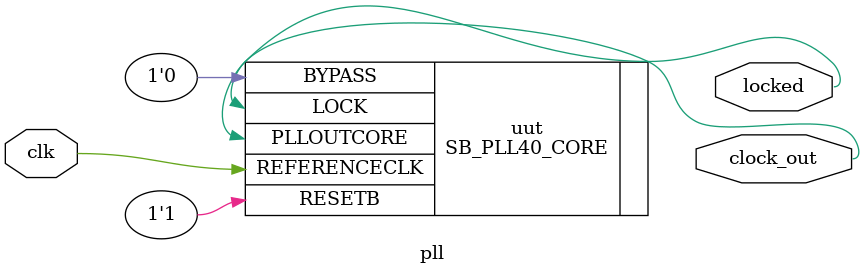
<source format=sv>
/**
 * PLL configuration
 *
 * This Verilog module was generated automatically
 * using the icepll tool from the IceStorm project.
 * Use at your own risk.
 *
 * Given input frequency:        25.000 MHz
 * Requested output frequency:   18.000 MHz
 * Achieved output frequency:    17.969 MHz
 */

module pll(
	input  logic clk,
	output logic clock_out,
	output logic locked
);

SB_PLL40_CORE #(
	.FEEDBACK_PATH("SIMPLE"),
	.DIVR(4'b0000),		// DIVR =  0
	.DIVF(7'b0010110),	// DIVF = 22
	.DIVQ(3'b101),		// DIVQ =  5
	.FILTER_RANGE(3'b010)	// FILTER_RANGE = 2
) uut (
	.LOCK(locked),
	.RESETB(1'b1),
	.BYPASS(1'b0),
	.REFERENCECLK(clk),
	.PLLOUTCORE(clock_out)
);

endmodule

</source>
